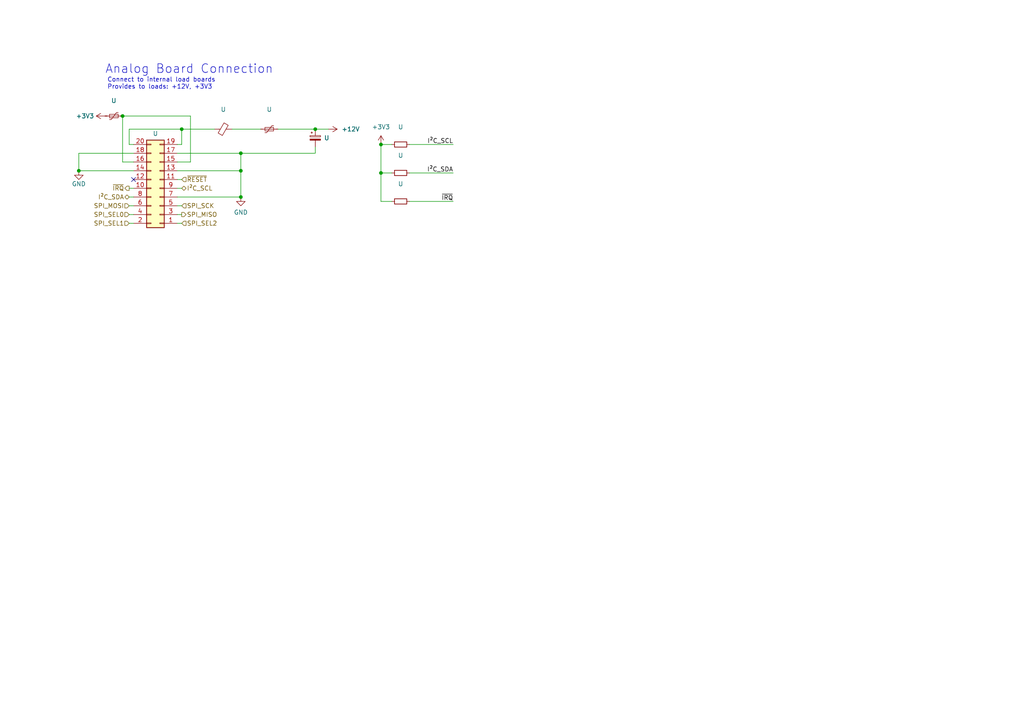
<source format=kicad_sch>
(kicad_sch (version 20220404) (generator eeschema)
  (paper "A4")
  (title_block (title "Programmable Load Controller") (date "2022-06-28") (rev "4"))
  (lib_symbols
    (symbol "Connector_Generic:Conn_02x10_Odd_Even" (pin_names (offset 1.016) hide)
      (property "Reference" "J" (at 1.27 12.7 0))
      (property "Value" "Conn_02x10_Odd_Even" (at 1.27 -15.24 0))
      (symbol "Conn_02x10_Odd_Even_1_1"
        (rectangle (start -1.27 -12.573) (end 0 -12.827) (stroke (width 0.1524)))
        (rectangle (start -1.27 -10.033) (end 0 -10.287) (stroke (width 0.1524)))
        (rectangle (start -1.27 -7.493) (end 0 -7.747) (stroke (width 0.1524)))
        (rectangle (start -1.27 -4.953) (end 0 -5.207) (stroke (width 0.1524)))
        (rectangle (start -1.27 -2.413) (end 0 -2.667) (stroke (width 0.1524)))
        (rectangle (start -1.27 0.127) (end 0 -0.127) (stroke (width 0.1524)))
        (rectangle (start -1.27 2.667) (end 0 2.413) (stroke (width 0.1524)))
        (rectangle (start -1.27 5.207) (end 0 4.953) (stroke (width 0.1524)))
        (rectangle (start -1.27 7.747) (end 0 7.493) (stroke (width 0.1524)))
        (rectangle (start -1.27 10.287) (end 0 10.033) (stroke (width 0.1524)))
        (rectangle (start -1.27 11.43) (end 3.81 -13.97) (stroke (width 0.254)) (fill (type background)))
        (rectangle (start 3.81 -12.573) (end 2.54 -12.827) (stroke (width 0.1524)))
        (rectangle (start 3.81 -10.033) (end 2.54 -10.287) (stroke (width 0.1524)))
        (rectangle (start 3.81 -7.493) (end 2.54 -7.747) (stroke (width 0.1524)))
        (rectangle (start 3.81 -4.953) (end 2.54 -5.207) (stroke (width 0.1524)))
        (rectangle (start 3.81 -2.413) (end 2.54 -2.667) (stroke (width 0.1524)))
        (rectangle (start 3.81 0.127) (end 2.54 -0.127) (stroke (width 0.1524)))
        (rectangle (start 3.81 2.667) (end 2.54 2.413) (stroke (width 0.1524)))
        (rectangle (start 3.81 5.207) (end 2.54 4.953) (stroke (width 0.1524)))
        (rectangle (start 3.81 7.747) (end 2.54 7.493) (stroke (width 0.1524)))
        (rectangle (start 3.81 10.287) (end 2.54 10.033) (stroke (width 0.1524)))
        (pin passive line (at -5.08 10.16 0) (length 3.81) (name "Pin_1") (number "1"))
        (pin passive line (at 7.62 0 180) (length 3.81) (name "Pin_10") (number "10"))
        (pin passive line (at -5.08 -2.54 0) (length 3.81) (name "Pin_11") (number "11"))
        (pin passive line (at 7.62 -2.54 180) (length 3.81) (name "Pin_12") (number "12"))
        (pin passive line (at -5.08 -5.08 0) (length 3.81) (name "Pin_13") (number "13"))
        (pin passive line (at 7.62 -5.08 180) (length 3.81) (name "Pin_14") (number "14"))
        (pin passive line (at -5.08 -7.62 0) (length 3.81) (name "Pin_15") (number "15"))
        (pin passive line (at 7.62 -7.62 180) (length 3.81) (name "Pin_16") (number "16"))
        (pin passive line (at -5.08 -10.16 0) (length 3.81) (name "Pin_17") (number "17"))
        (pin passive line (at 7.62 -10.16 180) (length 3.81) (name "Pin_18") (number "18"))
        (pin passive line (at -5.08 -12.7 0) (length 3.81) (name "Pin_19") (number "19"))
        (pin passive line (at 7.62 10.16 180) (length 3.81) (name "Pin_2") (number "2"))
        (pin passive line (at 7.62 -12.7 180) (length 3.81) (name "Pin_20") (number "20"))
        (pin passive line (at -5.08 7.62 0) (length 3.81) (name "Pin_3") (number "3"))
        (pin passive line (at 7.62 7.62 180) (length 3.81) (name "Pin_4") (number "4"))
        (pin passive line (at -5.08 5.08 0) (length 3.81) (name "Pin_5") (number "5"))
        (pin passive line (at 7.62 5.08 180) (length 3.81) (name "Pin_6") (number "6"))
        (pin passive line (at -5.08 2.54 0) (length 3.81) (name "Pin_7") (number "7"))
        (pin passive line (at 7.62 2.54 180) (length 3.81) (name "Pin_8") (number "8"))
        (pin passive line (at -5.08 0 0) (length 3.81) (name "Pin_9") (number "9"))
      )
    )
    (symbol "Device:C_Polarized_Small" (pin_numbers hide) (pin_names (offset 0.254) hide)
      (property "Reference" "C" (at 0.254 1.778 0))
      (property "Value" "C_Polarized_Small" (at 0.254 -2.032 0))
      (symbol "C_Polarized_Small_0_1"
        (rectangle (start -1.524 -0.3048) (end 1.524 -0.6858) (fill (type outline)))
        (rectangle (start -1.524 0.6858) (end 1.524 0.3048))
        (polyline (pts (xy -1.27 1.524) (xy -0.762 1.524)))
        (polyline (pts (xy -1.016 1.27) (xy -1.016 1.778)))
      )
      (symbol "C_Polarized_Small_1_1"
        (pin passive line (at 0 2.54 270) (length 1.8542) (name "~") (number "1"))
        (pin passive line (at 0 -2.54 90) (length 1.8542) (name "~") (number "2"))
      )
    )
    (symbol "Device:FerriteBead_Small" (pin_numbers hide) (pin_names (offset 0))
      (property "Reference" "FB" (at 1.905 1.27 0))
      (property "Value" "FerriteBead_Small" (at 1.905 -1.27 0))
      (symbol "FerriteBead_Small_0_1"
        (polyline (pts (xy 0 -1.27) (xy 0 -0.7874)))
        (polyline (pts (xy 0 0.889) (xy 0 1.2954)))
        (polyline (pts (xy -1.8288 0.2794) (xy -1.1176 1.4986) (xy 1.8288 -0.2032) (xy 1.1176 -1.4224) (xy -1.8288 0.2794)))
      )
      (symbol "FerriteBead_Small_1_1"
        (pin passive line (at 0 2.54 270) (length 1.27) (name "~") (number "1"))
        (pin passive line (at 0 -2.54 90) (length 1.27) (name "~") (number "2"))
      )
    )
    (symbol "Device:Polyfuse_Small" (pin_numbers hide) (pin_names (offset 0))
      (property "Reference" "F" (at -1.905 0 90))
      (property "Value" "Polyfuse_Small" (at 1.905 0 90))
      (symbol "Polyfuse_Small_0_1"
        (rectangle (start -0.508 1.27) (end 0.508 -1.27))
        (polyline (pts (xy 0 2.54) (xy 0 -2.54)))
        (polyline (pts (xy -1.016 1.27) (xy -1.016 0.762) (xy 1.016 -0.762) (xy 1.016 -1.27)))
      )
      (symbol "Polyfuse_Small_1_1"
        (pin passive line (at 0 2.54 270) (length 0.635) (name "~") (number "1"))
        (pin passive line (at 0 -2.54 90) (length 0.635) (name "~") (number "2"))
      )
    )
    (symbol "Device:R_Small" (pin_numbers hide) (pin_names (offset 0.254) hide)
      (property "Reference" "R" (at 0.762 0.508 0))
      (property "Value" "R_Small" (at 0.762 -1.016 0))
      (symbol "R_Small_0_1"
        (rectangle (start -0.762 1.778) (end 0.762 -1.778) (stroke (width 0.2032)))
      )
      (symbol "R_Small_1_1"
        (pin passive line (at 0 2.54 270) (length 0.762) (name "~") (number "1"))
        (pin passive line (at 0 -2.54 90) (length 0.762) (name "~") (number "2"))
      )
    )
    (symbol "power:+12V" (power) (pin_names (offset 0))
      (property "Value" "+12V" (at 0 3.556 0))
      (symbol "+12V_0_1"
        (polyline (pts (xy -0.762 1.27) (xy 0 2.54)))
        (polyline (pts (xy 0 0) (xy 0 2.54)))
        (polyline (pts (xy 0 2.54) (xy 0.762 1.27)))
      )
      (symbol "+12V_1_1"
        (pin power_in line (at 0 0 90) (length 0) hide (name "+12V") (number "1"))
      )
    )
    (symbol "power:+3V3" (power) (pin_names (offset 0))
      (property "Value" "+3V3" (at 0 3.556 0))
      (symbol "+3V3_0_1"
        (polyline (pts (xy -0.762 1.27) (xy 0 2.54)))
        (polyline (pts (xy 0 0) (xy 0 2.54)))
        (polyline (pts (xy 0 2.54) (xy 0.762 1.27)))
      )
      (symbol "+3V3_1_1"
        (pin power_in line (at 0 0 90) (length 0) hide (name "+3V3") (number "1"))
      )
    )
    (symbol "power:GND" (power) (pin_names (offset 0))
      (property "Value" "GND" (at 0 -3.81 0))
      (symbol "GND_0_1"
        (polyline (pts (xy 0 0) (xy 0 -1.27) (xy 1.27 -1.27) (xy 0 -2.54) (xy -1.27 -1.27) (xy 0 -1.27)))
      )
      (symbol "GND_1_1"
        (pin power_in line (at 0 0 270) (length 0) hide (name "GND") (number "1"))
      )
    )
  )
  (junction (at 110.49 50.165))
  (junction (at 22.86 49.53))
  (junction (at 69.85 49.53))
  (junction (at 110.49 41.91))
  (junction (at 35.56 33.655))
  (junction (at 69.85 57.15))
  (junction (at 69.85 44.45))
  (junction (at 52.705 37.465))
  (junction (at 91.44 37.465))
  (no_connect (at 38.735 52.07))
  (wire (pts (xy 51.435 49.53) (xy 69.85 49.53)))
  (wire (pts (xy 51.435 54.61) (xy 52.705 54.61)))
  (wire (pts (xy 80.645 37.465) (xy 91.44 37.465)))
  (wire (pts (xy 37.465 54.61) (xy 38.735 54.61)))
  (wire (pts (xy 69.85 49.53) (xy 69.85 57.15)))
  (wire (pts (xy 69.85 44.45) (xy 69.85 49.53)))
  (wire (pts (xy 51.435 44.45) (xy 69.85 44.45)))
  (wire (pts (xy 67.31 37.465) (xy 75.565 37.465)))
  (wire (pts (xy 52.705 37.465) (xy 62.23 37.465)))
  (wire (pts (xy 37.465 64.77) (xy 38.735 64.77)))
  (wire (pts (xy 51.435 46.99) (xy 55.245 46.99)))
  (wire (pts (xy 51.435 62.23) (xy 52.705 62.23)))
  (wire (pts (xy 37.465 62.23) (xy 38.735 62.23)))
  (wire (pts (xy 69.85 44.45) (xy 91.44 44.45)))
  (wire (pts (xy 22.86 44.45) (xy 22.86 49.53)))
  (wire (pts (xy 110.49 50.165) (xy 113.665 50.165)))
  (wire (pts (xy 37.465 59.69) (xy 38.735 59.69)))
  (wire (pts (xy 52.705 37.465) (xy 52.705 41.91)))
  (wire (pts (xy 52.705 41.91) (xy 51.435 41.91)))
  (wire (pts (xy 118.745 50.165) (xy 131.445 50.165)))
  (wire (pts (xy 110.49 58.42) (xy 113.665 58.42)))
  (wire (pts (xy 51.435 57.15) (xy 69.85 57.15)))
  (wire (pts (xy 51.435 59.69) (xy 52.705 59.69)))
  (wire (pts (xy 91.44 37.465) (xy 95.25 37.465)))
  (wire (pts (xy 37.465 41.91) (xy 37.465 37.465)))
  (wire (pts (xy 110.49 50.165) (xy 110.49 41.91)))
  (wire (pts (xy 38.735 44.45) (xy 22.86 44.45)))
  (wire (pts (xy 110.49 41.91) (xy 113.665 41.91)))
  (wire (pts (xy 110.49 58.42) (xy 110.49 50.165)))
  (wire (pts (xy 55.245 33.655) (xy 35.56 33.655)))
  (wire (pts (xy 35.56 46.99) (xy 35.56 33.655)))
  (wire (pts (xy 51.435 64.77) (xy 52.705 64.77)))
  (wire (pts (xy 51.435 52.07) (xy 52.705 52.07)))
  (wire (pts (xy 38.735 46.99) (xy 35.56 46.99)))
  (wire (pts (xy 118.745 41.91) (xy 131.445 41.91)))
  (wire (pts (xy 55.245 46.99) (xy 55.245 33.655)))
  (wire (pts (xy 38.735 41.91) (xy 37.465 41.91)))
  (wire (pts (xy 91.44 44.45) (xy 91.44 42.545)))
  (wire (pts (xy 37.465 37.465) (xy 52.705 37.465)))
  (wire (pts (xy 22.86 49.53) (xy 38.735 49.53)))
  (wire (pts (xy 37.465 57.15) (xy 38.735 57.15)))
  (wire (pts (xy 118.745 58.42) (xy 131.445 58.42)))
  (text "Analog Board Connection" (at 30.48 21.59 0) (effects (font (size 2.54 2.54)) (justify left bottom)))
  (text "Connect to internal load boards\nProvides to loads: +12V, +3V3" (at 31.115 26.035 0) (effects (font (size 1.27 1.27)) (justify left bottom)))
  (label "I²C_SCL" (at 131.445 41.91 0))
  (label "I²C_SDA" (at 131.445 50.165 0))
  (label "~{IRQ}" (at 131.445 58.42 0))
  (hierarchical_label "~{IRQ}" (shape output) (at 37.465 54.61 180))
  (hierarchical_label "SPI_SEL0" (shape input) (at 37.465 62.23 180))
  (hierarchical_label "SPI_SEL2" (shape input) (at 52.705 64.77 0))
  (hierarchical_label "SPI_MISO" (shape output) (at 52.705 62.23 0))
  (hierarchical_label "I²C_SCL" (shape bidirectional) (at 52.705 54.61 0))
  (hierarchical_label "~{RESET}" (shape input) (at 52.705 52.07 0))
  (hierarchical_label "I²C_SDA" (shape bidirectional) (at 37.465 57.15 180))
  (hierarchical_label "SPI_SCK" (shape input) (at 52.705 59.69 0))
  (hierarchical_label "SPI_MOSI" (shape input) (at 37.465 59.69 180))
  (hierarchical_label "SPI_SEL1" (shape input) (at 37.465 64.77 180))
  (symbol (lib_id "Device:Polyfuse_Small") (at 78.105 37.465 90) (unit 1)
    (default_instance (reference "U") (unit 1) (value "") (footprint ""))
    (property "Reference" "U" (at 78.105 31.75 90))
    (property "MPN" "0ZCG0160BF2C" (effects hide))
  )
  (symbol (lib_id "Device:Polyfuse_Small") (at 33.02 33.655 90) (unit 1)
    (default_instance (reference "U") (unit 1) (value "") (footprint ""))
    (property "Reference" "U" (at 33.02 29.21 90))
    (property "MPN" "0ZCJ0050FF2G" (effects hide))
  )
  (symbol (lib_id "power:+3V3") (at 110.49 41.91 0) (unit 1)
    (default_instance (reference "U") (unit 1) (value "") (footprint ""))
    (property "Reference" "U" (effects hide))
  )
  (symbol (lib_id "power:GND") (at 22.86 49.53 0) (unit 1)
    (default_instance (reference "U") (unit 1) (value "") (footprint ""))
    (property "Reference" "U" (effects hide))
  )
  (symbol (lib_id "power:+12V") (at 95.25 37.465 270) (unit 1)
    (default_instance (reference "U") (unit 1) (value "") (footprint ""))
    (property "Reference" "U" (effects hide))
  )
  (symbol (lib_id "Device:FerriteBead_Small") (at 64.77 37.465 90) (unit 1)
    (default_instance (reference "U") (unit 1) (value "") (footprint ""))
    (property "Reference" "U" (at 64.77 31.75 90))
    (property "MPN" "MFBM1V2012-800-R" (effects hide))
  )
  (symbol (lib_id "Connector_Generic:Conn_02x10_Odd_Even") (at 46.355 54.61 180) (unit 1)
    (default_instance (reference "U") (unit 1) (value "") (footprint ""))
    (property "Reference" "U" (at 45.085 38.735 0))
    (property "MPN" "61202021721" (effects hide))
  )
  (symbol (lib_id "power:GND") (at 69.85 57.15 0) (mirror y) (unit 1)
    (default_instance (reference "U") (unit 1) (value "") (footprint ""))
    (property "Reference" "U" (effects hide))
  )
  (symbol (lib_id "Device:R_Small") (at 116.205 50.165 270) (mirror x) (unit 1)
    (default_instance (reference "U") (unit 1) (value "") (footprint ""))
    (property "Reference" "U" (at 116.205 45.085 90))
    (property "JLCPCB" "C4190" (effects hide))
  )
  (symbol (lib_id "Device:R_Small") (at 116.205 58.42 270) (mirror x) (unit 1)
    (default_instance (reference "U") (unit 1) (value "") (footprint ""))
    (property "Reference" "U" (at 116.205 53.34 90))
    (property "JLCPCB" "C25804" (effects hide))
  )
  (symbol (lib_id "Device:C_Polarized_Small") (at 91.44 40.005 0) (unit 1)
    (default_instance (reference "U") (unit 1) (value "") (footprint ""))
    (property "Reference" "U" (at 93.98 40.005 0) (effects (justify left)))
    (property "MPN" "A758EK226M1EAAE050" (effects hide))
  )
  (symbol (lib_id "Device:R_Small") (at 116.205 41.91 270) (mirror x) (unit 1)
    (default_instance (reference "U") (unit 1) (value "") (footprint ""))
    (property "Reference" "U" (at 116.205 36.83 90))
    (property "JLCPCB" "C4190" (effects hide))
  )
  (symbol (lib_id "power:+3V3") (at 30.48 33.655 90) (unit 1)
    (default_instance (reference "U") (unit 1) (value "") (footprint ""))
    (property "Reference" "U" (effects hide))
  )
)
</source>
